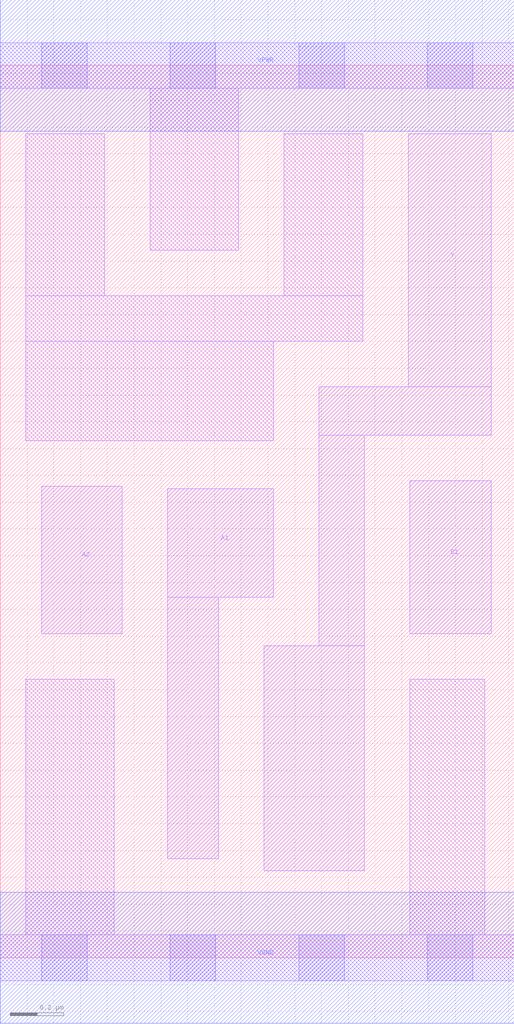
<source format=lef>
# Copyright 2020 The SkyWater PDK Authors
#
# Licensed under the Apache License, Version 2.0 (the "License");
# you may not use this file except in compliance with the License.
# You may obtain a copy of the License at
#
#     https://www.apache.org/licenses/LICENSE-2.0
#
# Unless required by applicable law or agreed to in writing, software
# distributed under the License is distributed on an "AS IS" BASIS,
# WITHOUT WARRANTIES OR CONDITIONS OF ANY KIND, either express or implied.
# See the License for the specific language governing permissions and
# limitations under the License.
#
# SPDX-License-Identifier: Apache-2.0

VERSION 5.7 ;
  NAMESCASESENSITIVE ON ;
  NOWIREEXTENSIONATPIN ON ;
  DIVIDERCHAR "/" ;
  BUSBITCHARS "[]" ;
UNITS
  DATABASE MICRONS 200 ;
END UNITS
MACRO sky130_fd_sc_lp__a21oi_1
  CLASS CORE ;
  SOURCE USER ;
  FOREIGN sky130_fd_sc_lp__a21oi_1 ;
  ORIGIN  0.000000  0.000000 ;
  SIZE  1.920000 BY  3.330000 ;
  SYMMETRY X Y R90 ;
  SITE unit ;
  PIN A1
    ANTENNAGATEAREA  0.315000 ;
    DIRECTION INPUT ;
    USE SIGNAL ;
    PORT
      LAYER li1 ;
        RECT 0.625000 0.370000 0.815000 1.345000 ;
        RECT 0.625000 1.345000 1.020000 1.750000 ;
    END
  END A1
  PIN A2
    ANTENNAGATEAREA  0.315000 ;
    DIRECTION INPUT ;
    USE SIGNAL ;
    PORT
      LAYER li1 ;
        RECT 0.155000 1.210000 0.455000 1.760000 ;
    END
  END A2
  PIN B1
    ANTENNAGATEAREA  0.315000 ;
    DIRECTION INPUT ;
    USE SIGNAL ;
    PORT
      LAYER li1 ;
        RECT 1.530000 1.210000 1.835000 1.780000 ;
    END
  END B1
  PIN Y
    ANTENNADIFFAREA  0.661500 ;
    DIRECTION OUTPUT ;
    USE SIGNAL ;
    PORT
      LAYER li1 ;
        RECT 0.985000 0.325000 1.360000 1.165000 ;
        RECT 1.190000 1.165000 1.360000 1.950000 ;
        RECT 1.190000 1.950000 1.835000 2.130000 ;
        RECT 1.525000 2.130000 1.835000 3.075000 ;
    END
  END Y
  PIN VGND
    DIRECTION INOUT ;
    USE GROUND ;
    PORT
      LAYER met1 ;
        RECT 0.000000 -0.245000 1.920000 0.245000 ;
    END
  END VGND
  PIN VPWR
    DIRECTION INOUT ;
    USE POWER ;
    PORT
      LAYER met1 ;
        RECT 0.000000 3.085000 1.920000 3.575000 ;
    END
  END VPWR
  OBS
    LAYER li1 ;
      RECT 0.000000 -0.085000 1.920000 0.085000 ;
      RECT 0.000000  3.245000 1.920000 3.415000 ;
      RECT 0.095000  0.085000 0.425000 1.040000 ;
      RECT 0.095000  1.930000 1.020000 2.300000 ;
      RECT 0.095000  2.300000 1.355000 2.470000 ;
      RECT 0.095000  2.470000 0.390000 3.075000 ;
      RECT 0.560000  2.640000 0.890000 3.245000 ;
      RECT 1.060000  2.470000 1.355000 3.075000 ;
      RECT 1.530000  0.085000 1.810000 1.040000 ;
    LAYER mcon ;
      RECT 0.155000 -0.085000 0.325000 0.085000 ;
      RECT 0.155000  3.245000 0.325000 3.415000 ;
      RECT 0.635000 -0.085000 0.805000 0.085000 ;
      RECT 0.635000  3.245000 0.805000 3.415000 ;
      RECT 1.115000 -0.085000 1.285000 0.085000 ;
      RECT 1.115000  3.245000 1.285000 3.415000 ;
      RECT 1.595000 -0.085000 1.765000 0.085000 ;
      RECT 1.595000  3.245000 1.765000 3.415000 ;
  END
END sky130_fd_sc_lp__a21oi_1
END LIBRARY

</source>
